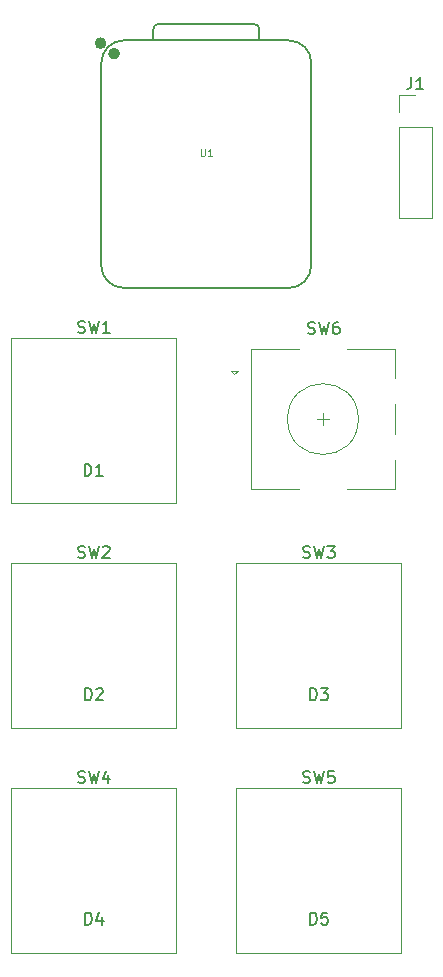
<source format=gbr>
%TF.GenerationSoftware,KiCad,Pcbnew,9.0.7*%
%TF.CreationDate,2026-01-29T22:12:25-06:00*%
%TF.ProjectId,macropad,6d616372-6f70-4616-942e-6b696361645f,rev?*%
%TF.SameCoordinates,Original*%
%TF.FileFunction,Legend,Top*%
%TF.FilePolarity,Positive*%
%FSLAX46Y46*%
G04 Gerber Fmt 4.6, Leading zero omitted, Abs format (unit mm)*
G04 Created by KiCad (PCBNEW 9.0.7) date 2026-01-29 22:12:25*
%MOMM*%
%LPD*%
G01*
G04 APERTURE LIST*
%ADD10C,0.200000*%
%ADD11C,0.150000*%
%ADD12C,0.101600*%
%ADD13C,0.120000*%
%ADD14C,0.127000*%
%ADD15C,0.100000*%
%ADD16C,0.504000*%
G04 APERTURE END LIST*
D10*
X137374407Y-147452219D02*
X137374407Y-146452219D01*
X137374407Y-146452219D02*
X137612502Y-146452219D01*
X137612502Y-146452219D02*
X137755359Y-146499838D01*
X137755359Y-146499838D02*
X137850597Y-146595076D01*
X137850597Y-146595076D02*
X137898216Y-146690314D01*
X137898216Y-146690314D02*
X137945835Y-146880790D01*
X137945835Y-146880790D02*
X137945835Y-147023647D01*
X137945835Y-147023647D02*
X137898216Y-147214123D01*
X137898216Y-147214123D02*
X137850597Y-147309361D01*
X137850597Y-147309361D02*
X137755359Y-147404600D01*
X137755359Y-147404600D02*
X137612502Y-147452219D01*
X137612502Y-147452219D02*
X137374407Y-147452219D01*
X138802978Y-146785552D02*
X138802978Y-147452219D01*
X138564883Y-146404600D02*
X138326788Y-147118885D01*
X138326788Y-147118885D02*
X138945835Y-147118885D01*
D11*
X155829167Y-135408200D02*
X155972024Y-135455819D01*
X155972024Y-135455819D02*
X156210119Y-135455819D01*
X156210119Y-135455819D02*
X156305357Y-135408200D01*
X156305357Y-135408200D02*
X156352976Y-135360580D01*
X156352976Y-135360580D02*
X156400595Y-135265342D01*
X156400595Y-135265342D02*
X156400595Y-135170104D01*
X156400595Y-135170104D02*
X156352976Y-135074866D01*
X156352976Y-135074866D02*
X156305357Y-135027247D01*
X156305357Y-135027247D02*
X156210119Y-134979628D01*
X156210119Y-134979628D02*
X156019643Y-134932009D01*
X156019643Y-134932009D02*
X155924405Y-134884390D01*
X155924405Y-134884390D02*
X155876786Y-134836771D01*
X155876786Y-134836771D02*
X155829167Y-134741533D01*
X155829167Y-134741533D02*
X155829167Y-134646295D01*
X155829167Y-134646295D02*
X155876786Y-134551057D01*
X155876786Y-134551057D02*
X155924405Y-134503438D01*
X155924405Y-134503438D02*
X156019643Y-134455819D01*
X156019643Y-134455819D02*
X156257738Y-134455819D01*
X156257738Y-134455819D02*
X156400595Y-134503438D01*
X156733929Y-134455819D02*
X156972024Y-135455819D01*
X156972024Y-135455819D02*
X157162500Y-134741533D01*
X157162500Y-134741533D02*
X157352976Y-135455819D01*
X157352976Y-135455819D02*
X157591072Y-134455819D01*
X158448214Y-134455819D02*
X157972024Y-134455819D01*
X157972024Y-134455819D02*
X157924405Y-134932009D01*
X157924405Y-134932009D02*
X157972024Y-134884390D01*
X157972024Y-134884390D02*
X158067262Y-134836771D01*
X158067262Y-134836771D02*
X158305357Y-134836771D01*
X158305357Y-134836771D02*
X158400595Y-134884390D01*
X158400595Y-134884390D02*
X158448214Y-134932009D01*
X158448214Y-134932009D02*
X158495833Y-135027247D01*
X158495833Y-135027247D02*
X158495833Y-135265342D01*
X158495833Y-135265342D02*
X158448214Y-135360580D01*
X158448214Y-135360580D02*
X158400595Y-135408200D01*
X158400595Y-135408200D02*
X158305357Y-135455819D01*
X158305357Y-135455819D02*
X158067262Y-135455819D01*
X158067262Y-135455819D02*
X157972024Y-135408200D01*
X157972024Y-135408200D02*
X157924405Y-135360580D01*
X165004166Y-75704819D02*
X165004166Y-76419104D01*
X165004166Y-76419104D02*
X164956547Y-76561961D01*
X164956547Y-76561961D02*
X164861309Y-76657200D01*
X164861309Y-76657200D02*
X164718452Y-76704819D01*
X164718452Y-76704819D02*
X164623214Y-76704819D01*
X166004166Y-76704819D02*
X165432738Y-76704819D01*
X165718452Y-76704819D02*
X165718452Y-75704819D01*
X165718452Y-75704819D02*
X165623214Y-75847676D01*
X165623214Y-75847676D02*
X165527976Y-75942914D01*
X165527976Y-75942914D02*
X165432738Y-75990533D01*
X155829167Y-116358200D02*
X155972024Y-116405819D01*
X155972024Y-116405819D02*
X156210119Y-116405819D01*
X156210119Y-116405819D02*
X156305357Y-116358200D01*
X156305357Y-116358200D02*
X156352976Y-116310580D01*
X156352976Y-116310580D02*
X156400595Y-116215342D01*
X156400595Y-116215342D02*
X156400595Y-116120104D01*
X156400595Y-116120104D02*
X156352976Y-116024866D01*
X156352976Y-116024866D02*
X156305357Y-115977247D01*
X156305357Y-115977247D02*
X156210119Y-115929628D01*
X156210119Y-115929628D02*
X156019643Y-115882009D01*
X156019643Y-115882009D02*
X155924405Y-115834390D01*
X155924405Y-115834390D02*
X155876786Y-115786771D01*
X155876786Y-115786771D02*
X155829167Y-115691533D01*
X155829167Y-115691533D02*
X155829167Y-115596295D01*
X155829167Y-115596295D02*
X155876786Y-115501057D01*
X155876786Y-115501057D02*
X155924405Y-115453438D01*
X155924405Y-115453438D02*
X156019643Y-115405819D01*
X156019643Y-115405819D02*
X156257738Y-115405819D01*
X156257738Y-115405819D02*
X156400595Y-115453438D01*
X156733929Y-115405819D02*
X156972024Y-116405819D01*
X156972024Y-116405819D02*
X157162500Y-115691533D01*
X157162500Y-115691533D02*
X157352976Y-116405819D01*
X157352976Y-116405819D02*
X157591072Y-115405819D01*
X157876786Y-115405819D02*
X158495833Y-115405819D01*
X158495833Y-115405819D02*
X158162500Y-115786771D01*
X158162500Y-115786771D02*
X158305357Y-115786771D01*
X158305357Y-115786771D02*
X158400595Y-115834390D01*
X158400595Y-115834390D02*
X158448214Y-115882009D01*
X158448214Y-115882009D02*
X158495833Y-115977247D01*
X158495833Y-115977247D02*
X158495833Y-116215342D01*
X158495833Y-116215342D02*
X158448214Y-116310580D01*
X158448214Y-116310580D02*
X158400595Y-116358200D01*
X158400595Y-116358200D02*
X158305357Y-116405819D01*
X158305357Y-116405819D02*
X158019643Y-116405819D01*
X158019643Y-116405819D02*
X157924405Y-116358200D01*
X157924405Y-116358200D02*
X157876786Y-116310580D01*
D10*
X156424407Y-147452219D02*
X156424407Y-146452219D01*
X156424407Y-146452219D02*
X156662502Y-146452219D01*
X156662502Y-146452219D02*
X156805359Y-146499838D01*
X156805359Y-146499838D02*
X156900597Y-146595076D01*
X156900597Y-146595076D02*
X156948216Y-146690314D01*
X156948216Y-146690314D02*
X156995835Y-146880790D01*
X156995835Y-146880790D02*
X156995835Y-147023647D01*
X156995835Y-147023647D02*
X156948216Y-147214123D01*
X156948216Y-147214123D02*
X156900597Y-147309361D01*
X156900597Y-147309361D02*
X156805359Y-147404600D01*
X156805359Y-147404600D02*
X156662502Y-147452219D01*
X156662502Y-147452219D02*
X156424407Y-147452219D01*
X157900597Y-146452219D02*
X157424407Y-146452219D01*
X157424407Y-146452219D02*
X157376788Y-146928409D01*
X157376788Y-146928409D02*
X157424407Y-146880790D01*
X157424407Y-146880790D02*
X157519645Y-146833171D01*
X157519645Y-146833171D02*
X157757740Y-146833171D01*
X157757740Y-146833171D02*
X157852978Y-146880790D01*
X157852978Y-146880790D02*
X157900597Y-146928409D01*
X157900597Y-146928409D02*
X157948216Y-147023647D01*
X157948216Y-147023647D02*
X157948216Y-147261742D01*
X157948216Y-147261742D02*
X157900597Y-147356980D01*
X157900597Y-147356980D02*
X157852978Y-147404600D01*
X157852978Y-147404600D02*
X157757740Y-147452219D01*
X157757740Y-147452219D02*
X157519645Y-147452219D01*
X157519645Y-147452219D02*
X157424407Y-147404600D01*
X157424407Y-147404600D02*
X157376788Y-147356980D01*
D12*
X147153690Y-81767479D02*
X147153690Y-82281526D01*
X147153690Y-82281526D02*
X147183928Y-82342002D01*
X147183928Y-82342002D02*
X147214166Y-82372241D01*
X147214166Y-82372241D02*
X147274642Y-82402479D01*
X147274642Y-82402479D02*
X147395595Y-82402479D01*
X147395595Y-82402479D02*
X147456071Y-82372241D01*
X147456071Y-82372241D02*
X147486309Y-82342002D01*
X147486309Y-82342002D02*
X147516547Y-82281526D01*
X147516547Y-82281526D02*
X147516547Y-81767479D01*
X148151547Y-82402479D02*
X147788690Y-82402479D01*
X147970118Y-82402479D02*
X147970118Y-81767479D01*
X147970118Y-81767479D02*
X147909642Y-81858193D01*
X147909642Y-81858193D02*
X147849166Y-81918669D01*
X147849166Y-81918669D02*
X147788690Y-81948907D01*
D11*
X136779167Y-116358200D02*
X136922024Y-116405819D01*
X136922024Y-116405819D02*
X137160119Y-116405819D01*
X137160119Y-116405819D02*
X137255357Y-116358200D01*
X137255357Y-116358200D02*
X137302976Y-116310580D01*
X137302976Y-116310580D02*
X137350595Y-116215342D01*
X137350595Y-116215342D02*
X137350595Y-116120104D01*
X137350595Y-116120104D02*
X137302976Y-116024866D01*
X137302976Y-116024866D02*
X137255357Y-115977247D01*
X137255357Y-115977247D02*
X137160119Y-115929628D01*
X137160119Y-115929628D02*
X136969643Y-115882009D01*
X136969643Y-115882009D02*
X136874405Y-115834390D01*
X136874405Y-115834390D02*
X136826786Y-115786771D01*
X136826786Y-115786771D02*
X136779167Y-115691533D01*
X136779167Y-115691533D02*
X136779167Y-115596295D01*
X136779167Y-115596295D02*
X136826786Y-115501057D01*
X136826786Y-115501057D02*
X136874405Y-115453438D01*
X136874405Y-115453438D02*
X136969643Y-115405819D01*
X136969643Y-115405819D02*
X137207738Y-115405819D01*
X137207738Y-115405819D02*
X137350595Y-115453438D01*
X137683929Y-115405819D02*
X137922024Y-116405819D01*
X137922024Y-116405819D02*
X138112500Y-115691533D01*
X138112500Y-115691533D02*
X138302976Y-116405819D01*
X138302976Y-116405819D02*
X138541072Y-115405819D01*
X138874405Y-115501057D02*
X138922024Y-115453438D01*
X138922024Y-115453438D02*
X139017262Y-115405819D01*
X139017262Y-115405819D02*
X139255357Y-115405819D01*
X139255357Y-115405819D02*
X139350595Y-115453438D01*
X139350595Y-115453438D02*
X139398214Y-115501057D01*
X139398214Y-115501057D02*
X139445833Y-115596295D01*
X139445833Y-115596295D02*
X139445833Y-115691533D01*
X139445833Y-115691533D02*
X139398214Y-115834390D01*
X139398214Y-115834390D02*
X138826786Y-116405819D01*
X138826786Y-116405819D02*
X139445833Y-116405819D01*
D10*
X137374407Y-128452219D02*
X137374407Y-127452219D01*
X137374407Y-127452219D02*
X137612502Y-127452219D01*
X137612502Y-127452219D02*
X137755359Y-127499838D01*
X137755359Y-127499838D02*
X137850597Y-127595076D01*
X137850597Y-127595076D02*
X137898216Y-127690314D01*
X137898216Y-127690314D02*
X137945835Y-127880790D01*
X137945835Y-127880790D02*
X137945835Y-128023647D01*
X137945835Y-128023647D02*
X137898216Y-128214123D01*
X137898216Y-128214123D02*
X137850597Y-128309361D01*
X137850597Y-128309361D02*
X137755359Y-128404600D01*
X137755359Y-128404600D02*
X137612502Y-128452219D01*
X137612502Y-128452219D02*
X137374407Y-128452219D01*
X138326788Y-127547457D02*
X138374407Y-127499838D01*
X138374407Y-127499838D02*
X138469645Y-127452219D01*
X138469645Y-127452219D02*
X138707740Y-127452219D01*
X138707740Y-127452219D02*
X138802978Y-127499838D01*
X138802978Y-127499838D02*
X138850597Y-127547457D01*
X138850597Y-127547457D02*
X138898216Y-127642695D01*
X138898216Y-127642695D02*
X138898216Y-127737933D01*
X138898216Y-127737933D02*
X138850597Y-127880790D01*
X138850597Y-127880790D02*
X138279169Y-128452219D01*
X138279169Y-128452219D02*
X138898216Y-128452219D01*
X137349405Y-109452219D02*
X137349405Y-108452219D01*
X137349405Y-108452219D02*
X137587500Y-108452219D01*
X137587500Y-108452219D02*
X137730357Y-108499838D01*
X137730357Y-108499838D02*
X137825595Y-108595076D01*
X137825595Y-108595076D02*
X137873214Y-108690314D01*
X137873214Y-108690314D02*
X137920833Y-108880790D01*
X137920833Y-108880790D02*
X137920833Y-109023647D01*
X137920833Y-109023647D02*
X137873214Y-109214123D01*
X137873214Y-109214123D02*
X137825595Y-109309361D01*
X137825595Y-109309361D02*
X137730357Y-109404600D01*
X137730357Y-109404600D02*
X137587500Y-109452219D01*
X137587500Y-109452219D02*
X137349405Y-109452219D01*
X138873214Y-109452219D02*
X138301786Y-109452219D01*
X138587500Y-109452219D02*
X138587500Y-108452219D01*
X138587500Y-108452219D02*
X138492262Y-108595076D01*
X138492262Y-108595076D02*
X138397024Y-108690314D01*
X138397024Y-108690314D02*
X138301786Y-108737933D01*
X156424407Y-128452219D02*
X156424407Y-127452219D01*
X156424407Y-127452219D02*
X156662502Y-127452219D01*
X156662502Y-127452219D02*
X156805359Y-127499838D01*
X156805359Y-127499838D02*
X156900597Y-127595076D01*
X156900597Y-127595076D02*
X156948216Y-127690314D01*
X156948216Y-127690314D02*
X156995835Y-127880790D01*
X156995835Y-127880790D02*
X156995835Y-128023647D01*
X156995835Y-128023647D02*
X156948216Y-128214123D01*
X156948216Y-128214123D02*
X156900597Y-128309361D01*
X156900597Y-128309361D02*
X156805359Y-128404600D01*
X156805359Y-128404600D02*
X156662502Y-128452219D01*
X156662502Y-128452219D02*
X156424407Y-128452219D01*
X157329169Y-127452219D02*
X157948216Y-127452219D01*
X157948216Y-127452219D02*
X157614883Y-127833171D01*
X157614883Y-127833171D02*
X157757740Y-127833171D01*
X157757740Y-127833171D02*
X157852978Y-127880790D01*
X157852978Y-127880790D02*
X157900597Y-127928409D01*
X157900597Y-127928409D02*
X157948216Y-128023647D01*
X157948216Y-128023647D02*
X157948216Y-128261742D01*
X157948216Y-128261742D02*
X157900597Y-128356980D01*
X157900597Y-128356980D02*
X157852978Y-128404600D01*
X157852978Y-128404600D02*
X157757740Y-128452219D01*
X157757740Y-128452219D02*
X157472026Y-128452219D01*
X157472026Y-128452219D02*
X157376788Y-128404600D01*
X157376788Y-128404600D02*
X157329169Y-128356980D01*
D11*
X136779167Y-135408200D02*
X136922024Y-135455819D01*
X136922024Y-135455819D02*
X137160119Y-135455819D01*
X137160119Y-135455819D02*
X137255357Y-135408200D01*
X137255357Y-135408200D02*
X137302976Y-135360580D01*
X137302976Y-135360580D02*
X137350595Y-135265342D01*
X137350595Y-135265342D02*
X137350595Y-135170104D01*
X137350595Y-135170104D02*
X137302976Y-135074866D01*
X137302976Y-135074866D02*
X137255357Y-135027247D01*
X137255357Y-135027247D02*
X137160119Y-134979628D01*
X137160119Y-134979628D02*
X136969643Y-134932009D01*
X136969643Y-134932009D02*
X136874405Y-134884390D01*
X136874405Y-134884390D02*
X136826786Y-134836771D01*
X136826786Y-134836771D02*
X136779167Y-134741533D01*
X136779167Y-134741533D02*
X136779167Y-134646295D01*
X136779167Y-134646295D02*
X136826786Y-134551057D01*
X136826786Y-134551057D02*
X136874405Y-134503438D01*
X136874405Y-134503438D02*
X136969643Y-134455819D01*
X136969643Y-134455819D02*
X137207738Y-134455819D01*
X137207738Y-134455819D02*
X137350595Y-134503438D01*
X137683929Y-134455819D02*
X137922024Y-135455819D01*
X137922024Y-135455819D02*
X138112500Y-134741533D01*
X138112500Y-134741533D02*
X138302976Y-135455819D01*
X138302976Y-135455819D02*
X138541072Y-134455819D01*
X139350595Y-134789152D02*
X139350595Y-135455819D01*
X139112500Y-134408200D02*
X138874405Y-135122485D01*
X138874405Y-135122485D02*
X139493452Y-135122485D01*
X156254167Y-97407200D02*
X156397024Y-97454819D01*
X156397024Y-97454819D02*
X156635119Y-97454819D01*
X156635119Y-97454819D02*
X156730357Y-97407200D01*
X156730357Y-97407200D02*
X156777976Y-97359580D01*
X156777976Y-97359580D02*
X156825595Y-97264342D01*
X156825595Y-97264342D02*
X156825595Y-97169104D01*
X156825595Y-97169104D02*
X156777976Y-97073866D01*
X156777976Y-97073866D02*
X156730357Y-97026247D01*
X156730357Y-97026247D02*
X156635119Y-96978628D01*
X156635119Y-96978628D02*
X156444643Y-96931009D01*
X156444643Y-96931009D02*
X156349405Y-96883390D01*
X156349405Y-96883390D02*
X156301786Y-96835771D01*
X156301786Y-96835771D02*
X156254167Y-96740533D01*
X156254167Y-96740533D02*
X156254167Y-96645295D01*
X156254167Y-96645295D02*
X156301786Y-96550057D01*
X156301786Y-96550057D02*
X156349405Y-96502438D01*
X156349405Y-96502438D02*
X156444643Y-96454819D01*
X156444643Y-96454819D02*
X156682738Y-96454819D01*
X156682738Y-96454819D02*
X156825595Y-96502438D01*
X157158929Y-96454819D02*
X157397024Y-97454819D01*
X157397024Y-97454819D02*
X157587500Y-96740533D01*
X157587500Y-96740533D02*
X157777976Y-97454819D01*
X157777976Y-97454819D02*
X158016072Y-96454819D01*
X158825595Y-96454819D02*
X158635119Y-96454819D01*
X158635119Y-96454819D02*
X158539881Y-96502438D01*
X158539881Y-96502438D02*
X158492262Y-96550057D01*
X158492262Y-96550057D02*
X158397024Y-96692914D01*
X158397024Y-96692914D02*
X158349405Y-96883390D01*
X158349405Y-96883390D02*
X158349405Y-97264342D01*
X158349405Y-97264342D02*
X158397024Y-97359580D01*
X158397024Y-97359580D02*
X158444643Y-97407200D01*
X158444643Y-97407200D02*
X158539881Y-97454819D01*
X158539881Y-97454819D02*
X158730357Y-97454819D01*
X158730357Y-97454819D02*
X158825595Y-97407200D01*
X158825595Y-97407200D02*
X158873214Y-97359580D01*
X158873214Y-97359580D02*
X158920833Y-97264342D01*
X158920833Y-97264342D02*
X158920833Y-97026247D01*
X158920833Y-97026247D02*
X158873214Y-96931009D01*
X158873214Y-96931009D02*
X158825595Y-96883390D01*
X158825595Y-96883390D02*
X158730357Y-96835771D01*
X158730357Y-96835771D02*
X158539881Y-96835771D01*
X158539881Y-96835771D02*
X158444643Y-96883390D01*
X158444643Y-96883390D02*
X158397024Y-96931009D01*
X158397024Y-96931009D02*
X158349405Y-97026247D01*
X136779167Y-97308200D02*
X136922024Y-97355819D01*
X136922024Y-97355819D02*
X137160119Y-97355819D01*
X137160119Y-97355819D02*
X137255357Y-97308200D01*
X137255357Y-97308200D02*
X137302976Y-97260580D01*
X137302976Y-97260580D02*
X137350595Y-97165342D01*
X137350595Y-97165342D02*
X137350595Y-97070104D01*
X137350595Y-97070104D02*
X137302976Y-96974866D01*
X137302976Y-96974866D02*
X137255357Y-96927247D01*
X137255357Y-96927247D02*
X137160119Y-96879628D01*
X137160119Y-96879628D02*
X136969643Y-96832009D01*
X136969643Y-96832009D02*
X136874405Y-96784390D01*
X136874405Y-96784390D02*
X136826786Y-96736771D01*
X136826786Y-96736771D02*
X136779167Y-96641533D01*
X136779167Y-96641533D02*
X136779167Y-96546295D01*
X136779167Y-96546295D02*
X136826786Y-96451057D01*
X136826786Y-96451057D02*
X136874405Y-96403438D01*
X136874405Y-96403438D02*
X136969643Y-96355819D01*
X136969643Y-96355819D02*
X137207738Y-96355819D01*
X137207738Y-96355819D02*
X137350595Y-96403438D01*
X137683929Y-96355819D02*
X137922024Y-97355819D01*
X137922024Y-97355819D02*
X138112500Y-96641533D01*
X138112500Y-96641533D02*
X138302976Y-97355819D01*
X138302976Y-97355819D02*
X138541072Y-96355819D01*
X139445833Y-97355819D02*
X138874405Y-97355819D01*
X139160119Y-97355819D02*
X139160119Y-96355819D01*
X139160119Y-96355819D02*
X139064881Y-96498676D01*
X139064881Y-96498676D02*
X138969643Y-96593914D01*
X138969643Y-96593914D02*
X138874405Y-96641533D01*
D13*
%TO.C,SW5*%
X150177500Y-135890000D02*
X164147500Y-135890000D01*
X150177500Y-149860000D02*
X150177500Y-135890000D01*
X164147500Y-135890000D02*
X164147500Y-149860000D01*
X164147500Y-149860000D02*
X150177500Y-149860000D01*
%TO.C,J1*%
X163957500Y-77250000D02*
X165337500Y-77250000D01*
X163957500Y-78630000D02*
X163957500Y-77250000D01*
X163957500Y-79900000D02*
X163957500Y-87630000D01*
X163957500Y-79900000D02*
X166717500Y-79900000D01*
X163957500Y-87630000D02*
X166717500Y-87630000D01*
X166717500Y-79900000D02*
X166717500Y-87630000D01*
%TO.C,SW3*%
X150177500Y-116840000D02*
X164147500Y-116840000D01*
X150177500Y-130810000D02*
X150177500Y-116840000D01*
X164147500Y-116840000D02*
X164147500Y-130810000D01*
X164147500Y-130810000D02*
X150177500Y-130810000D01*
D14*
%TO.C,U1*%
X138747500Y-91639000D02*
X138747500Y-74494000D01*
X140652500Y-93544000D02*
X154622500Y-93544000D01*
X143142500Y-72589000D02*
X143146228Y-71678728D01*
X143646228Y-71179000D02*
X151641500Y-71179000D01*
X152141500Y-71679000D02*
X152141500Y-72589000D01*
D15*
X154622500Y-72589000D02*
X140652500Y-72589000D01*
D14*
X154622500Y-72589000D02*
X140652500Y-72589000D01*
X156527500Y-91639000D02*
X156527500Y-74494000D01*
X138747500Y-74494000D02*
G75*
G02*
X140652500Y-72589000I1905001J-1D01*
G01*
X140652500Y-93544000D02*
G75*
G02*
X138747500Y-91639000I1J1905001D01*
G01*
X143146228Y-71678728D02*
G75*
G02*
X143646228Y-71179001I500018J-291D01*
G01*
X151641500Y-71179000D02*
G75*
G02*
X152141500Y-71679000I0J-500000D01*
G01*
X154622500Y-72589000D02*
G75*
G02*
X156527500Y-74494000I0J-1905000D01*
G01*
X156527500Y-91639000D02*
G75*
G02*
X154622500Y-93544000I-1905000J0D01*
G01*
D16*
X138939500Y-72830000D02*
G75*
G02*
X138435500Y-72830000I-252000J0D01*
G01*
X138435500Y-72830000D02*
G75*
G02*
X138939500Y-72830000I252000J0D01*
G01*
X140082500Y-73710000D02*
G75*
G02*
X139578500Y-73710000I-252000J0D01*
G01*
X139578500Y-73710000D02*
G75*
G02*
X140082500Y-73710000I252000J0D01*
G01*
D13*
%TO.C,SW2*%
X131127500Y-116840000D02*
X145097500Y-116840000D01*
X131127500Y-130810000D02*
X131127500Y-116840000D01*
X145097500Y-116840000D02*
X145097500Y-130810000D01*
X145097500Y-130810000D02*
X131127500Y-130810000D01*
%TO.C,SW4*%
X131127500Y-135890000D02*
X145097500Y-135890000D01*
X131127500Y-149860000D02*
X131127500Y-135890000D01*
X145097500Y-135890000D02*
X145097500Y-149860000D01*
X145097500Y-149860000D02*
X131127500Y-149860000D01*
%TO.C,SW6*%
X149718750Y-100556250D02*
X150318750Y-100556250D01*
X150018750Y-100856250D02*
X149718750Y-100556250D01*
X150318750Y-100556250D02*
X150018750Y-100856250D01*
X151418750Y-98756250D02*
X151418750Y-110556250D01*
X155518750Y-98756250D02*
X151418750Y-98756250D01*
X155518750Y-110556250D02*
X151418750Y-110556250D01*
X157018750Y-104656250D02*
X158018750Y-104656250D01*
X157518750Y-104156250D02*
X157518750Y-105156250D01*
X159518750Y-98756250D02*
X163618750Y-98756250D01*
X163618750Y-98756250D02*
X163618750Y-101156250D01*
X163618750Y-103356250D02*
X163618750Y-105956250D01*
X163618750Y-108156250D02*
X163618750Y-110556250D01*
X163618750Y-110556250D02*
X159518750Y-110556250D01*
X160518750Y-104656250D02*
G75*
G02*
X154518750Y-104656250I-3000000J0D01*
G01*
X154518750Y-104656250D02*
G75*
G02*
X160518750Y-104656250I3000000J0D01*
G01*
%TO.C,SW1*%
X131127500Y-97790000D02*
X145097500Y-97790000D01*
X131127500Y-111760000D02*
X131127500Y-97790000D01*
X145097500Y-97790000D02*
X145097500Y-111760000D01*
X145097500Y-111760000D02*
X131127500Y-111760000D01*
%TD*%
M02*

</source>
